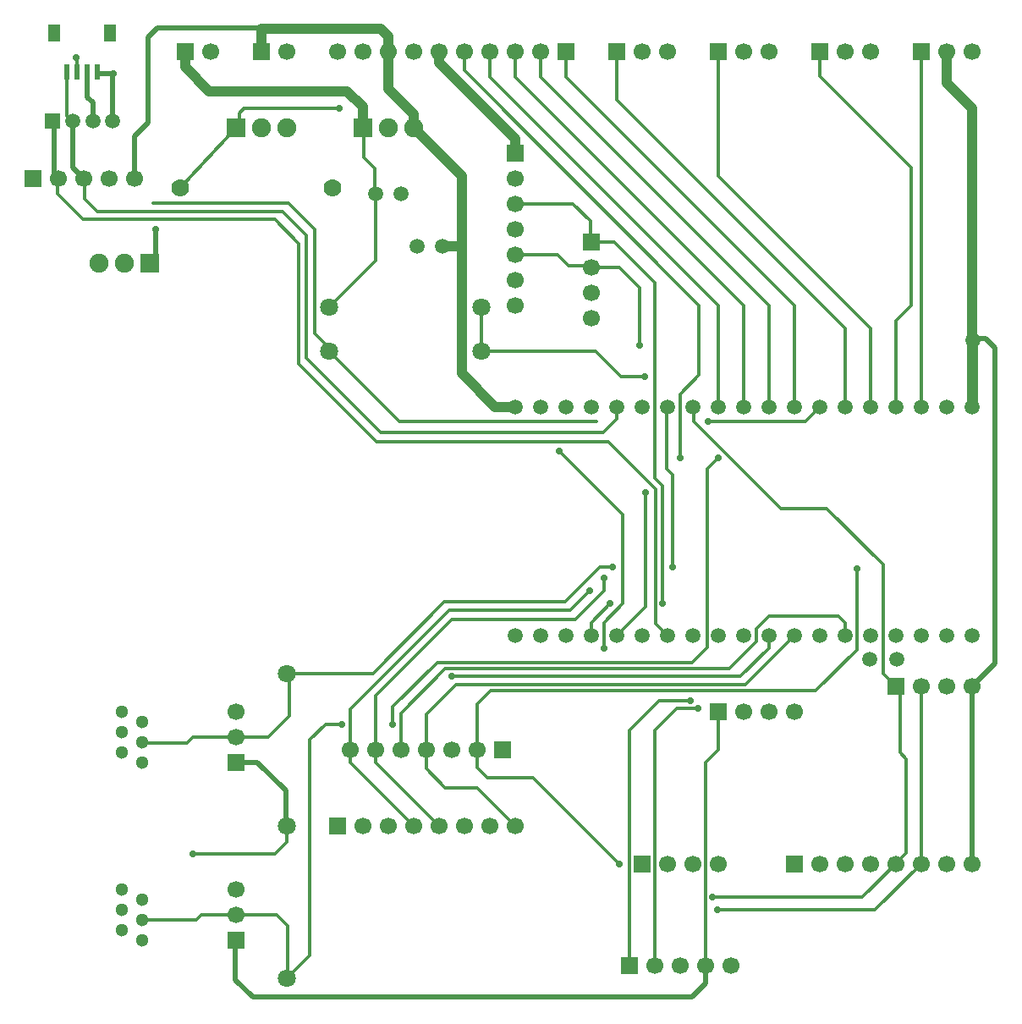
<source format=gtl>
G04 DipTrace 3.3.1.3*
G04 Top.GTL*
%MOIN*%
G04 #@! TF.FileFunction,Copper,L1,Top*
G04 #@! TF.Part,Single*
G04 #@! TA.AperFunction,Conductor*
%ADD13C,0.03937*%
%ADD14C,0.019685*%
%ADD15C,0.012992*%
G04 #@! TA.AperFunction,ComponentPad*
%ADD18R,0.066929X0.066929*%
%ADD19C,0.066929*%
%ADD20C,0.059055*%
%ADD22R,0.023622X0.061024*%
%ADD23R,0.047244X0.070866*%
G04 #@! TA.AperFunction,ComponentPad*
%ADD24R,0.059055X0.059055*%
%ADD25C,0.059055*%
%ADD26R,0.074803X0.074803*%
%ADD27C,0.074803*%
%ADD28C,0.070866*%
%ADD29C,0.07*%
%ADD30C,0.07*%
%ADD31C,0.051181*%
G04 #@! TA.AperFunction,ViaPad*
%ADD37C,0.027559*%
%FSLAX26Y26*%
G04*
G70*
G90*
G75*
G01*
G04 Top*
%LPD*%
X3784252Y2400000D2*
D13*
Y3575000D1*
X3684252Y3675000D1*
Y3800000D1*
X1984252Y3400000D2*
Y3456251D1*
X1684252Y3756251D1*
Y3800000D1*
X3784252Y1300000D2*
D14*
Y600000D1*
X1834252Y1050000D2*
D15*
Y1228001D1*
X1887500Y1281249D1*
X3168749D1*
X3331249Y1443749D1*
Y1762500D1*
X3787500Y2662500D2*
D14*
Y2668751D1*
X3837500D1*
X3875000Y2631251D1*
Y1390748D1*
X3784252Y1300000D1*
Y2400000D2*
D13*
X3787500Y2403248D1*
Y2662500D1*
X2393749Y600000D2*
D15*
X2056249Y937500D1*
X1875000D1*
X1834252Y978248D1*
Y1050000D1*
X2734252Y200000D2*
Y1000000D1*
X2784252Y1050000D1*
Y1200000D1*
X1484252Y3800000D2*
D13*
Y3653248D1*
X1584252Y3553248D1*
Y3500000D1*
X1984252Y2400000D2*
X1906252D1*
X1775000Y2531252D1*
Y3031251D1*
Y3041877D1*
Y3309252D1*
X1584252Y3500000D1*
X2334252Y1450000D2*
D15*
Y1550000D1*
X2409252Y1625000D1*
Y1975000D1*
X2159252Y2225000D1*
X1084252Y750000D2*
D14*
X1081249D1*
Y887500D1*
X968749Y1000000D1*
X884252D1*
X1084252Y750000D2*
D3*
X884252Y300000D2*
X881249D1*
Y143751D1*
X950000Y75000D1*
X2681251D1*
X2734252Y128001D1*
Y200000D1*
X1084252Y750000D2*
D15*
Y684252D1*
X1037500Y637500D1*
X715501D1*
X1696752Y3031251D2*
X1762499D1*
X1787500Y3006249D1*
Y3041877D1*
X1775000D1*
X1696752Y3031251D2*
D13*
X1775000D1*
X984252Y3800000D2*
Y3887500D1*
X1006249D1*
X1456251D1*
X1484252Y3859499D1*
Y3800000D1*
X484252Y3300000D2*
D14*
Y3465501D1*
X537500Y3518749D1*
Y3856251D1*
X575000Y3893751D1*
X1006249D1*
Y3887500D1*
X3084252Y1500000D2*
D15*
X2890501Y1306249D1*
X1753001D1*
X1634252Y1187500D1*
Y1050000D1*
Y975000D1*
X1709252Y900000D1*
X1834252D1*
X1984252Y750000D1*
X337500Y3718749D2*
D14*
Y3712500D1*
X400000D1*
X398720Y3711220D1*
Y3525000D1*
X1253003Y2618749D2*
D15*
X1528001Y2343751D1*
X2306251D1*
X1253003Y2618749D2*
X1265503Y2631249D1*
X1250000D1*
X1193749Y2687500D1*
Y3100001D1*
X1090625Y3203125D1*
X557860D1*
X1084252Y1350000D2*
X1093749D1*
Y1181249D1*
X1012500Y1100000D1*
X884252D1*
X715503D1*
X690503Y1075000D1*
X514173D1*
Y1080079D1*
X2584252Y2400000D2*
X2581249Y2403003D1*
Y2156251D1*
X2606249Y2131251D1*
Y1768751D1*
X2368751D2*
X2318752D1*
X2181251Y1631249D1*
X1706249D1*
X1425000Y1350000D1*
X1084252D1*
X162500Y3525000D2*
D14*
X168749D1*
Y3315503D1*
X184252Y3300000D1*
X2584252Y1500000D2*
D15*
X2537500Y1546752D1*
Y2075000D1*
X2350000Y2262500D1*
X1437500D1*
X1131249Y2568751D1*
Y3043751D1*
X1037500Y3137500D1*
X281249D1*
X181249Y3237500D1*
Y3296997D1*
X184252Y3300000D1*
X258760Y3718749D2*
Y3772491D1*
X256251Y3775000D1*
X241240Y3525000D2*
D14*
Y3343012D1*
X284252Y3300000D1*
D15*
X287500Y3296752D1*
Y3218748D1*
X337497Y3168751D1*
X1068751D1*
X1162500Y3075000D1*
Y2593749D1*
X1456249Y2300000D1*
X2331249D1*
X2384252Y2353003D1*
Y2400000D1*
X241240Y3525000D2*
X219390Y3546850D1*
Y3718749D1*
X2675000Y1243751D2*
X2553003D1*
X2434252Y1125000D1*
Y200000D1*
X2706251Y1212500D2*
X2621752D1*
X2534252Y1125000D1*
Y200000D1*
X3184252Y3800000D2*
Y3703249D1*
X3543751Y3343751D1*
Y2800000D1*
X3484252Y2740501D1*
Y2400000D1*
X2784252Y3800000D2*
Y3309499D1*
X3384252Y2709499D1*
Y2400000D1*
X2384252Y3800000D2*
Y3609499D1*
X3284252Y2709499D1*
Y2400000D1*
X3584252Y3800000D2*
Y2400000D1*
X1853003Y2793751D2*
Y2618749D1*
X3184252Y2400000D2*
X3128003Y2343751D1*
X2743751D1*
X1853003Y2618749D2*
X2300000Y2618751D1*
X2400000Y2518751D1*
X2493751D1*
X684252Y3800000D2*
D13*
Y3737500D1*
X778001Y3643751D1*
X1321752D1*
X1384252Y3581251D1*
Y3500000D1*
D15*
X1387500D1*
Y3381251D1*
X1431249Y3337500D1*
Y3237500D1*
X1434252D1*
X543751Y2964370D2*
D14*
X568751D1*
Y3100000D1*
X1434252Y3237500D2*
D15*
Y2975000D1*
X1253003Y2793751D1*
X3284252Y1500000D2*
Y1550000D1*
X3259252Y1575000D1*
X2984252D1*
X2934252Y1525000D1*
Y1475000D1*
X2828003Y1368751D1*
X1709253D1*
X1534252Y1193749D1*
Y1050000D1*
X2334252Y1725000D2*
Y1675000D1*
X2221752Y1562500D1*
X1734252D1*
X1434252Y1262500D1*
Y1050000D1*
Y1000000D1*
X1684252Y750000D1*
X2278003Y1675000D2*
X2203003Y1600000D1*
X1725000D1*
X1334252Y1209252D1*
Y1050000D1*
Y1000000D1*
X1584252Y750000D1*
X2984252Y1500000D2*
Y1450000D1*
X2871752Y1337500D1*
X1734252D1*
X2184252Y3800000D2*
Y3700000D1*
X3084252Y2800000D1*
Y2400000D1*
X2084252Y3800000D2*
Y3700000D1*
X2984252Y2800000D1*
Y2400000D1*
X1984252Y3800000D2*
Y3700000D1*
X2884252Y2800000D1*
Y2400000D1*
X1884252Y3800000D2*
Y3700000D1*
X2784252Y2800000D1*
Y2400000D1*
Y2200000D2*
X2740501Y2156249D1*
Y1453001D1*
X2681251Y1393751D1*
X1678003D1*
X1503001Y1218749D1*
Y1150000D1*
X1509252D1*
X514173Y380079D2*
X726831D1*
X746752Y400000D1*
X884252D1*
X1084252Y150000D2*
X1087500D1*
Y356249D1*
X1043749Y400000D1*
X884252D1*
X1084252Y150000D2*
X1175000Y240748D1*
Y1087500D1*
X1237500Y1150000D1*
X1300000D1*
X1290503Y3575000D2*
X915503D1*
X896752Y3556249D1*
Y3512500D1*
X884252Y3500000D1*
X1784252Y3800000D2*
Y3725000D1*
X2709252Y2800000D1*
Y2525000D1*
X2634252Y2450000D1*
Y2200000D1*
X2496752Y2062500D2*
Y1612500D1*
X2384252Y1500000D1*
X665501Y3262500D2*
X884252Y3500000D1*
X298130Y3718749D2*
D14*
Y3620621D1*
X319980Y3598770D1*
Y3525000D1*
X2359252Y1625000D2*
D15*
X2284252Y1550000D1*
Y1500000D1*
X3584252Y1300000D2*
Y600000D1*
X3403003Y418751D1*
X2781249D1*
X1984252Y3200000D2*
X2212500D1*
X2281249Y3131251D1*
Y3050000D1*
X2284252D1*
X2565501Y1625000D2*
Y2087500D1*
X2534252Y2118749D1*
Y2890748D1*
X2375000Y3050000D1*
X2284252D1*
X3484252Y1300000D2*
X3500000D1*
Y1037500D1*
X3523622Y1013878D1*
Y642371D1*
X3481251Y600000D1*
X3484252D1*
Y1300000D2*
X3434252Y1350000D1*
Y1778248D1*
X3212500Y2000000D1*
X3031249D1*
X2687500Y2343749D1*
Y2400000D1*
X2684252D1*
X2762500Y468751D2*
X3353003D1*
X3484252Y600000D1*
X1984252Y3000000D2*
X2150000D1*
X2193751Y2956249D1*
X2278003D1*
X2284252Y2950000D1*
X2393751D1*
X2475000Y2868751D1*
Y2643751D1*
D37*
X3331249Y1762500D3*
X2393749Y600000D3*
X2334252Y1450000D3*
X2159252Y2225000D3*
X715501Y637500D3*
X400000Y3712500D3*
X2606249Y1768751D3*
X256251Y3775000D3*
X2675000Y1243751D3*
X2706251Y1212500D3*
X2743751Y2343751D3*
X2334252Y1725000D3*
X2278003Y1675000D3*
X1734252Y1337500D3*
X2784252Y2200000D3*
X1503001Y1150000D3*
X1290503Y3575000D3*
X2634252Y2200000D3*
X2496752Y2062500D3*
X2359252Y1625000D3*
X2781249Y418751D3*
X2565501Y1625000D3*
X2762500Y468751D3*
X2475000Y2643751D3*
X2493751Y2518751D3*
X2368751Y1768751D3*
X1300000Y1150000D3*
D20*
X3787500Y2662500D3*
D37*
X568751Y3100000D3*
D18*
X684252Y3800000D3*
D19*
X784252D3*
D20*
X1596752Y3031251D3*
X1696752D3*
X1534252Y3237500D3*
X1434252D3*
D22*
X337500Y3718749D3*
X298130D3*
X258760D3*
X219390D3*
D23*
X168209Y3871308D3*
X388681D3*
D24*
X162500Y3525000D3*
D25*
X241240D3*
X319980D3*
X398720D3*
D18*
X984252Y3800000D3*
D19*
X1084252D3*
D18*
X2434252Y200000D3*
D19*
X2534252D3*
X2634252D3*
X2734252D3*
X2834252D3*
D18*
X1284252Y750000D3*
D19*
X1384252D3*
X1484252D3*
X1584252D3*
X1684252D3*
X1784252D3*
X1884252D3*
X1984252D3*
D18*
X1934252Y1050000D3*
D19*
X1834252D3*
X1734252D3*
X1634252D3*
X1534252D3*
X1434252D3*
X1334252D3*
D18*
X3084252Y600000D3*
D19*
X3184252D3*
X3284252D3*
X3384252D3*
X3484252D3*
X3584252D3*
X3684252D3*
X3784252D3*
D18*
X2784252Y1200000D3*
D19*
X2884252D3*
X2984252D3*
X3084252D3*
D18*
X2484005Y600000D3*
D19*
X2584005D3*
X2684005D3*
X2784005D3*
D18*
X3484252Y1300000D3*
D19*
X3584252D3*
X3684252D3*
X3784252D3*
D18*
X1984252Y3400000D3*
D19*
Y3300000D3*
Y3200000D3*
Y3100000D3*
Y3000000D3*
Y2900000D3*
Y2800000D3*
D18*
X2284252Y3050000D3*
D19*
Y2950000D3*
Y2850000D3*
Y2750000D3*
D18*
X2184252Y3800000D3*
D19*
X2084252D3*
X1984252D3*
X1884252D3*
X1784252D3*
X1684252D3*
X1584252D3*
X1484252D3*
X1384252D3*
X1284252D3*
D18*
X884252Y1000000D3*
D19*
Y1100000D3*
Y1200000D3*
D18*
Y300000D3*
D19*
Y400000D3*
Y500000D3*
D18*
X84252Y3300000D3*
D19*
X184252D3*
X284252D3*
X384252D3*
X484252D3*
D18*
X2384252Y3800000D3*
D19*
X2484252D3*
X2584252D3*
D18*
X2784252D3*
D19*
X2884252D3*
X2984252D3*
D18*
X3184252D3*
D19*
X3284252D3*
X3384252D3*
D18*
X3584252D3*
D19*
X3684252D3*
X3784252D3*
D26*
X884252Y3500000D3*
D27*
X984252D3*
X1084252D3*
D28*
X1253003Y2793751D3*
X1853003D3*
Y2618749D3*
X1253003D3*
D29*
X665501Y3262500D3*
D30*
X1265501D3*
D28*
X1084252Y750000D3*
Y150000D3*
Y750000D3*
Y1350000D3*
D31*
X434252Y500000D3*
Y420079D3*
Y340157D3*
X514173Y300157D3*
Y380079D3*
Y460000D3*
X434252Y1200000D3*
Y1120079D3*
Y1040157D3*
X514173Y1000157D3*
Y1080079D3*
Y1160000D3*
D20*
X3381251Y1406249D3*
X3487500D3*
D25*
X1984252Y2400000D3*
X2084252D3*
X2184252D3*
X2284252D3*
X2384252D3*
X2484252D3*
X2584252D3*
X2684252D3*
X2784252D3*
X2884252D3*
X2984252D3*
X3084252D3*
X3184252D3*
X3284252D3*
X3384252D3*
X3484252D3*
X3584252D3*
X3684252D3*
X3784252D3*
X1984252Y1500000D3*
X2084252D3*
X2184252D3*
X2284252D3*
X2384252D3*
X2484252D3*
X2584252D3*
X2684252D3*
X2784252D3*
X2884252D3*
X2984252D3*
X3084252D3*
X3184252D3*
X3284252D3*
X3384252D3*
X3484252D3*
X3584252D3*
X3684252D3*
X3784252D3*
D26*
X1384252Y3500000D3*
D27*
X1484252D3*
X1584252D3*
D26*
X543751Y2964370D3*
D27*
X443751D3*
X343751D3*
M02*

</source>
